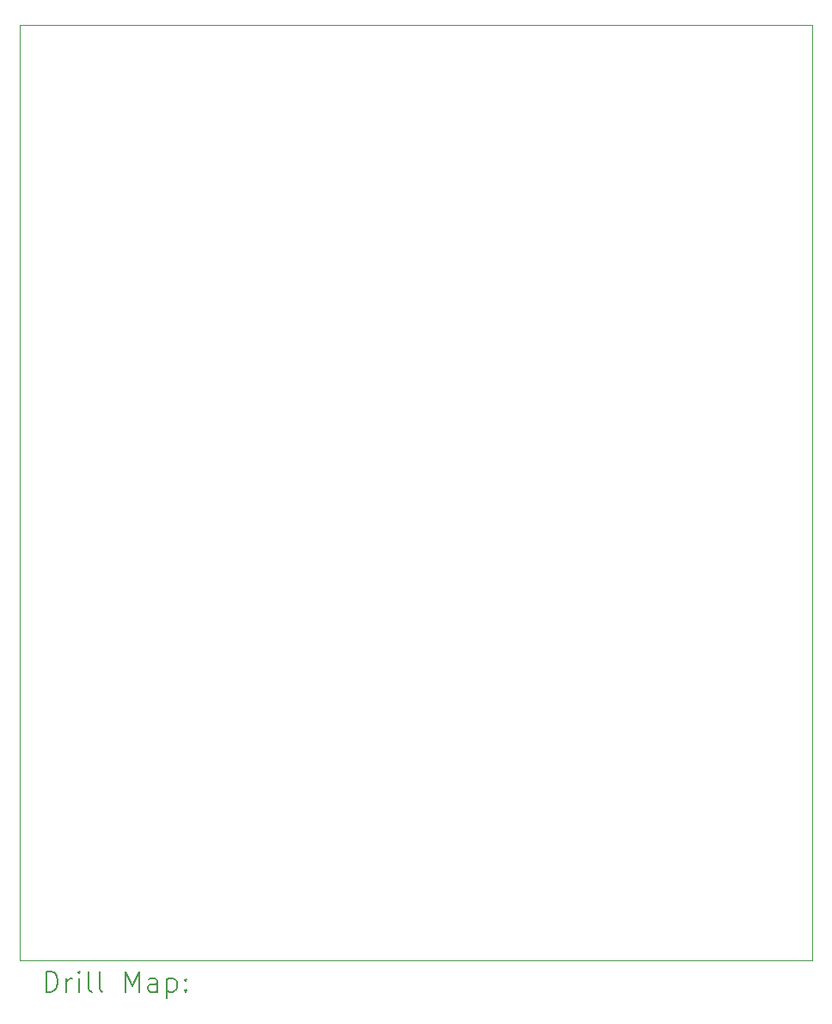
<source format=gbr>
%TF.GenerationSoftware,KiCad,Pcbnew,8.0.8*%
%TF.CreationDate,2025-04-28T15:07:54+02:00*%
%TF.ProjectId,PCB_V1,5043425f-5631-42e6-9b69-6361645f7063,rev?*%
%TF.SameCoordinates,Original*%
%TF.FileFunction,Drillmap*%
%TF.FilePolarity,Positive*%
%FSLAX45Y45*%
G04 Gerber Fmt 4.5, Leading zero omitted, Abs format (unit mm)*
G04 Created by KiCad (PCBNEW 8.0.8) date 2025-04-28 15:07:54*
%MOMM*%
%LPD*%
G01*
G04 APERTURE LIST*
%ADD10C,0.050000*%
%ADD11C,0.200000*%
G04 APERTURE END LIST*
D10*
X4500000Y-13600000D02*
X12300000Y-13600000D01*
X12300000Y-13600000D02*
X12300000Y-4400000D01*
X4500000Y-13600000D02*
X4500000Y-4400000D01*
X4500000Y-4400000D02*
X12300000Y-4400000D01*
D11*
X4758277Y-13913984D02*
X4758277Y-13713984D01*
X4758277Y-13713984D02*
X4805896Y-13713984D01*
X4805896Y-13713984D02*
X4834467Y-13723508D01*
X4834467Y-13723508D02*
X4853515Y-13742555D01*
X4853515Y-13742555D02*
X4863039Y-13761603D01*
X4863039Y-13761603D02*
X4872563Y-13799698D01*
X4872563Y-13799698D02*
X4872563Y-13828269D01*
X4872563Y-13828269D02*
X4863039Y-13866365D01*
X4863039Y-13866365D02*
X4853515Y-13885412D01*
X4853515Y-13885412D02*
X4834467Y-13904460D01*
X4834467Y-13904460D02*
X4805896Y-13913984D01*
X4805896Y-13913984D02*
X4758277Y-13913984D01*
X4958277Y-13913984D02*
X4958277Y-13780650D01*
X4958277Y-13818746D02*
X4967801Y-13799698D01*
X4967801Y-13799698D02*
X4977324Y-13790174D01*
X4977324Y-13790174D02*
X4996372Y-13780650D01*
X4996372Y-13780650D02*
X5015420Y-13780650D01*
X5082086Y-13913984D02*
X5082086Y-13780650D01*
X5082086Y-13713984D02*
X5072563Y-13723508D01*
X5072563Y-13723508D02*
X5082086Y-13733031D01*
X5082086Y-13733031D02*
X5091610Y-13723508D01*
X5091610Y-13723508D02*
X5082086Y-13713984D01*
X5082086Y-13713984D02*
X5082086Y-13733031D01*
X5205896Y-13913984D02*
X5186848Y-13904460D01*
X5186848Y-13904460D02*
X5177324Y-13885412D01*
X5177324Y-13885412D02*
X5177324Y-13713984D01*
X5310658Y-13913984D02*
X5291610Y-13904460D01*
X5291610Y-13904460D02*
X5282086Y-13885412D01*
X5282086Y-13885412D02*
X5282086Y-13713984D01*
X5539229Y-13913984D02*
X5539229Y-13713984D01*
X5539229Y-13713984D02*
X5605896Y-13856841D01*
X5605896Y-13856841D02*
X5672562Y-13713984D01*
X5672562Y-13713984D02*
X5672562Y-13913984D01*
X5853515Y-13913984D02*
X5853515Y-13809222D01*
X5853515Y-13809222D02*
X5843991Y-13790174D01*
X5843991Y-13790174D02*
X5824943Y-13780650D01*
X5824943Y-13780650D02*
X5786848Y-13780650D01*
X5786848Y-13780650D02*
X5767801Y-13790174D01*
X5853515Y-13904460D02*
X5834467Y-13913984D01*
X5834467Y-13913984D02*
X5786848Y-13913984D01*
X5786848Y-13913984D02*
X5767801Y-13904460D01*
X5767801Y-13904460D02*
X5758277Y-13885412D01*
X5758277Y-13885412D02*
X5758277Y-13866365D01*
X5758277Y-13866365D02*
X5767801Y-13847317D01*
X5767801Y-13847317D02*
X5786848Y-13837793D01*
X5786848Y-13837793D02*
X5834467Y-13837793D01*
X5834467Y-13837793D02*
X5853515Y-13828269D01*
X5948753Y-13780650D02*
X5948753Y-13980650D01*
X5948753Y-13790174D02*
X5967801Y-13780650D01*
X5967801Y-13780650D02*
X6005896Y-13780650D01*
X6005896Y-13780650D02*
X6024943Y-13790174D01*
X6024943Y-13790174D02*
X6034467Y-13799698D01*
X6034467Y-13799698D02*
X6043991Y-13818746D01*
X6043991Y-13818746D02*
X6043991Y-13875888D01*
X6043991Y-13875888D02*
X6034467Y-13894936D01*
X6034467Y-13894936D02*
X6024943Y-13904460D01*
X6024943Y-13904460D02*
X6005896Y-13913984D01*
X6005896Y-13913984D02*
X5967801Y-13913984D01*
X5967801Y-13913984D02*
X5948753Y-13904460D01*
X6129705Y-13894936D02*
X6139229Y-13904460D01*
X6139229Y-13904460D02*
X6129705Y-13913984D01*
X6129705Y-13913984D02*
X6120182Y-13904460D01*
X6120182Y-13904460D02*
X6129705Y-13894936D01*
X6129705Y-13894936D02*
X6129705Y-13913984D01*
X6129705Y-13790174D02*
X6139229Y-13799698D01*
X6139229Y-13799698D02*
X6129705Y-13809222D01*
X6129705Y-13809222D02*
X6120182Y-13799698D01*
X6120182Y-13799698D02*
X6129705Y-13790174D01*
X6129705Y-13790174D02*
X6129705Y-13809222D01*
M02*

</source>
